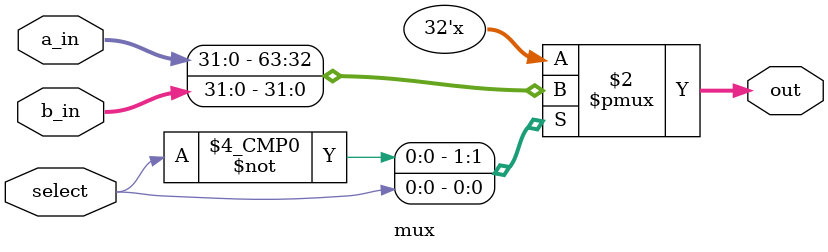
<source format=v>
`timescale 1ns / 1ps


module mux(a_in, b_in, select, out);
input [31:0] a_in;
input [31:0] b_in;
input select;
output reg [31:0] out;

always@(a_in, b_in, select)

	case(select)
	    2'b0: out = a_in;
	    2'b1: out = b_in;
	default:
	   out = a_in;
	endcase
	
endmodule

/*module mux(
    input [31:0] in0, in1,
    input sel,
    output [31:0] out);

    assign out = sel ? in1 : in0;
endmodule*/
</source>
